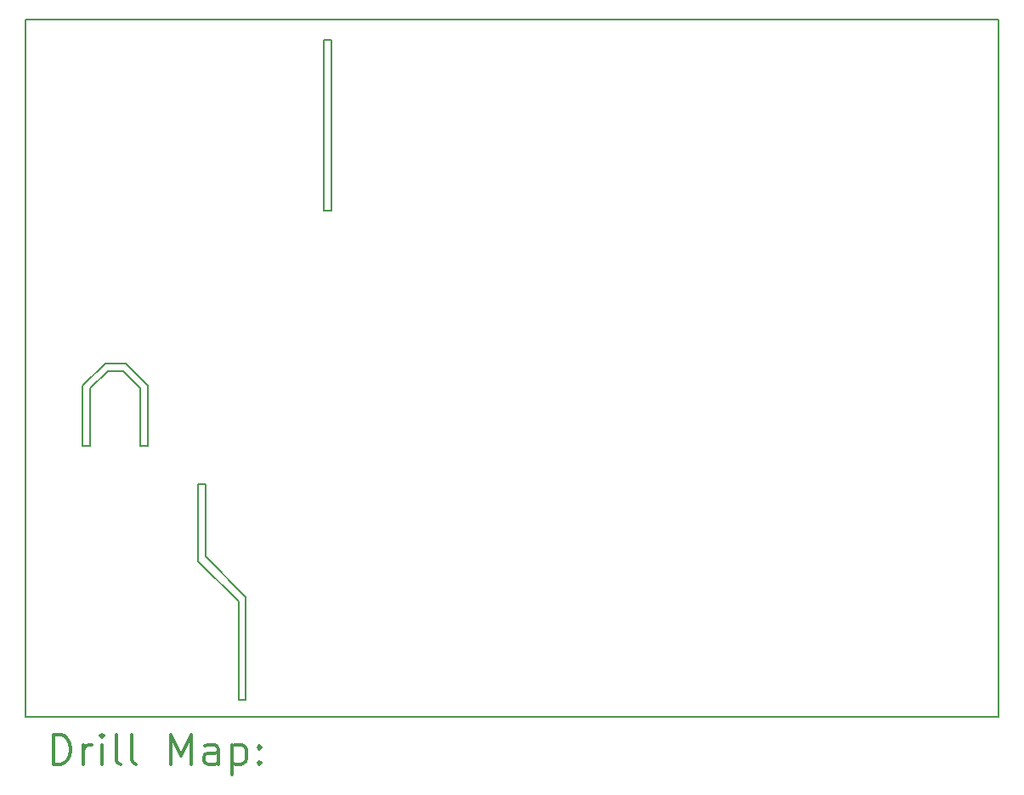
<source format=gbr>
%FSLAX45Y45*%
G04 Gerber Fmt 4.5, Leading zero omitted, Abs format (unit mm)*
G04 Created by KiCad (PCBNEW 5.1.10) date 2021-10-03 17:53:52*
%MOMM*%
%LPD*%
G01*
G04 APERTURE LIST*
%TA.AperFunction,Profile*%
%ADD10C,0.150000*%
%TD*%
%ADD11C,0.200000*%
%ADD12C,0.300000*%
G04 APERTURE END LIST*
D10*
X9200000Y-8800000D02*
X9200000Y-7100000D01*
X9125000Y-8800000D02*
X9200000Y-8800000D01*
X9125000Y-7100000D02*
X9125000Y-8800000D01*
X9200000Y-7100000D02*
X9125000Y-7100000D01*
X8350000Y-13675000D02*
X8275000Y-13675000D01*
X8350000Y-12650000D02*
X8350000Y-13675000D01*
X7950000Y-12250000D02*
X8350000Y-12650000D01*
X7950000Y-11525000D02*
X7950000Y-12250000D01*
X7875000Y-11525000D02*
X7950000Y-11525000D01*
X7875000Y-12300000D02*
X7875000Y-11525000D01*
X8275000Y-12700000D02*
X7875000Y-12300000D01*
X8275000Y-13675000D02*
X8275000Y-12700000D01*
X7375000Y-11150000D02*
X7300000Y-11150000D01*
X7375000Y-10550000D02*
X7375000Y-11150000D01*
X7150000Y-10325000D02*
X7375000Y-10550000D01*
X6950000Y-10325000D02*
X7150000Y-10325000D01*
X6725000Y-10550000D02*
X6950000Y-10325000D01*
X6725000Y-10575000D02*
X6725000Y-10550000D01*
X6725000Y-11150000D02*
X6725000Y-10575000D01*
X6800000Y-11150000D02*
X6725000Y-11150000D01*
X7125000Y-10400000D02*
X6975000Y-10400000D01*
X7300000Y-10575000D02*
X7125000Y-10400000D01*
X7300000Y-11150000D02*
X7300000Y-10575000D01*
X6800000Y-10575000D02*
X6975000Y-10400000D01*
X6800000Y-11150000D02*
X6800000Y-10575000D01*
X6150000Y-6900000D02*
X6150000Y-13850000D01*
X15850000Y-6900000D02*
X6150000Y-6900000D01*
X15850000Y-13850000D02*
X15850000Y-6900000D01*
X6150000Y-13850000D02*
X15850000Y-13850000D01*
D11*
D12*
X6428928Y-14323214D02*
X6428928Y-14023214D01*
X6500357Y-14023214D01*
X6543214Y-14037500D01*
X6571786Y-14066071D01*
X6586071Y-14094643D01*
X6600357Y-14151786D01*
X6600357Y-14194643D01*
X6586071Y-14251786D01*
X6571786Y-14280357D01*
X6543214Y-14308929D01*
X6500357Y-14323214D01*
X6428928Y-14323214D01*
X6728928Y-14323214D02*
X6728928Y-14123214D01*
X6728928Y-14180357D02*
X6743214Y-14151786D01*
X6757500Y-14137500D01*
X6786071Y-14123214D01*
X6814643Y-14123214D01*
X6914643Y-14323214D02*
X6914643Y-14123214D01*
X6914643Y-14023214D02*
X6900357Y-14037500D01*
X6914643Y-14051786D01*
X6928928Y-14037500D01*
X6914643Y-14023214D01*
X6914643Y-14051786D01*
X7100357Y-14323214D02*
X7071786Y-14308929D01*
X7057500Y-14280357D01*
X7057500Y-14023214D01*
X7257500Y-14323214D02*
X7228928Y-14308929D01*
X7214643Y-14280357D01*
X7214643Y-14023214D01*
X7600357Y-14323214D02*
X7600357Y-14023214D01*
X7700357Y-14237500D01*
X7800357Y-14023214D01*
X7800357Y-14323214D01*
X8071786Y-14323214D02*
X8071786Y-14166071D01*
X8057500Y-14137500D01*
X8028928Y-14123214D01*
X7971786Y-14123214D01*
X7943214Y-14137500D01*
X8071786Y-14308929D02*
X8043214Y-14323214D01*
X7971786Y-14323214D01*
X7943214Y-14308929D01*
X7928928Y-14280357D01*
X7928928Y-14251786D01*
X7943214Y-14223214D01*
X7971786Y-14208929D01*
X8043214Y-14208929D01*
X8071786Y-14194643D01*
X8214643Y-14123214D02*
X8214643Y-14423214D01*
X8214643Y-14137500D02*
X8243214Y-14123214D01*
X8300357Y-14123214D01*
X8328928Y-14137500D01*
X8343214Y-14151786D01*
X8357500Y-14180357D01*
X8357500Y-14266071D01*
X8343214Y-14294643D01*
X8328928Y-14308929D01*
X8300357Y-14323214D01*
X8243214Y-14323214D01*
X8214643Y-14308929D01*
X8486071Y-14294643D02*
X8500357Y-14308929D01*
X8486071Y-14323214D01*
X8471786Y-14308929D01*
X8486071Y-14294643D01*
X8486071Y-14323214D01*
X8486071Y-14137500D02*
X8500357Y-14151786D01*
X8486071Y-14166071D01*
X8471786Y-14151786D01*
X8486071Y-14137500D01*
X8486071Y-14166071D01*
M02*

</source>
